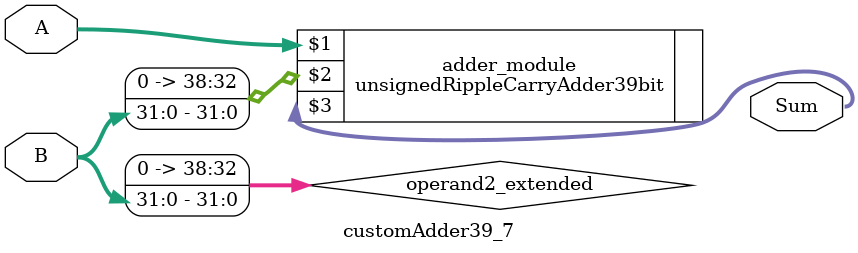
<source format=v>
module customAdder39_7(
                        input [38 : 0] A,
                        input [31 : 0] B,
                        
                        output [39 : 0] Sum
                );

        wire [38 : 0] operand2_extended;
        
        assign operand2_extended =  {7'b0, B};
        
        unsignedRippleCarryAdder39bit adder_module(
            A,
            operand2_extended,
            Sum
        );
        
        endmodule
        
</source>
